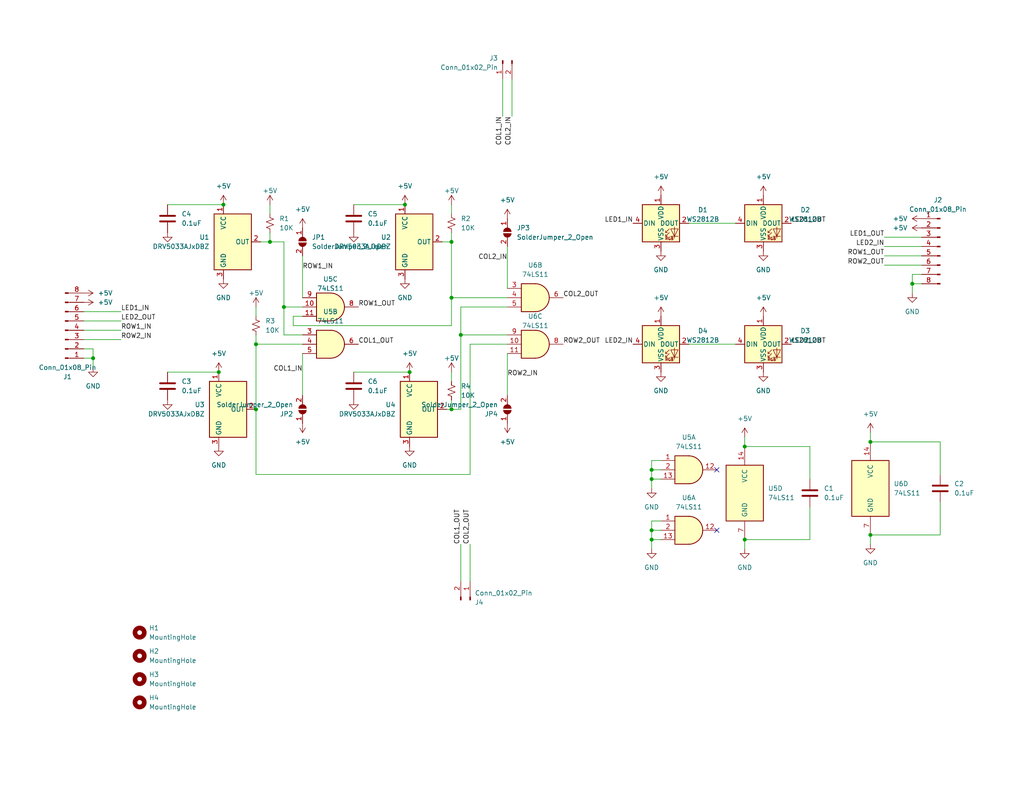
<source format=kicad_sch>
(kicad_sch (version 20230121) (generator eeschema)
  (paper "USLetter")
  (title_block (title "Sensor PCB") (date "2023-09-19") (rev "A") (company "ECE 477"))
  (lib_symbols
    (symbol "74xx:74LS11" (pin_names (offset 1.016))
      (property "Reference" "U" (at 0 1.27 0))
      (property "Value" "74LS11" (at 0 -1.27 0))
      (symbol "74LS11_1_1"
        (arc (start 0 -3.81) (mid 3.7934 0) (end 0 3.81) (stroke (width 0.254)) (fill (type background)))
        (polyline (pts (xy 0 3.81) (xy -3.81 3.81) (xy -3.81 -3.81) (xy 0 -3.81)) (stroke (width 0.254)) (fill (type background)))
        (pin input line (at -7.62 2.54 0) (length 3.81) (name "~") (number "1"))
        (pin output line (at 7.62 0 180) (length 3.81) (name "~") (number "12"))
        (pin input line (at -7.62 -2.54 0) (length 3.81) (name "~") (number "13"))
        (pin input line (at -7.62 0 0) (length 3.81) (name "~") (number "2"))
      )
      (symbol "74LS11_1_2"
        (arc (start -3.81 -3.81) (mid -2.589 0) (end -3.81 3.81) (stroke (width 0.254)))
        (arc (start -0.6096 -3.81) (mid 2.1842 -2.5851) (end 3.81 0) (stroke (width 0.254)) (fill (type background)))
        (polyline (pts (xy -3.81 -3.81) (xy -0.635 -3.81)) (stroke (width 0.254)) (fill (type background)))
        (polyline (pts (xy -3.81 3.81) (xy -0.635 3.81)) (stroke (width 0.254)) (fill (type background)))
        (polyline (pts (xy -0.635 3.81) (xy -3.81 3.81) (xy -3.81 3.81) (xy -3.556 3.4036) (xy -3.0226 2.2606) (xy -2.6924 1.0414) (xy -2.6162 -0.254) (xy -2.7686 -1.4986) (xy -3.175 -2.7178) (xy -3.81 -3.81) (xy -3.81 -3.81) (xy -0.635 -3.81)) (stroke (width -25.4)) (fill (type background)))
        (arc (start 3.81 0) (mid 2.1915 2.5936) (end -0.6096 3.81) (stroke (width 0.254)) (fill (type background)))
        (pin input inverted (at -7.62 2.54 0) (length 4.318) (name "~") (number "1"))
        (pin output inverted (at 7.62 0 180) (length 3.81) (name "~") (number "12"))
        (pin input inverted (at -7.62 -2.54 0) (length 4.318) (name "~") (number "13"))
        (pin input inverted (at -7.62 0 0) (length 4.953) (name "~") (number "2"))
      )
      (symbol "74LS11_2_1"
        (arc (start 0 -3.81) (mid 3.7934 0) (end 0 3.81) (stroke (width 0.254)) (fill (type background)))
        (polyline (pts (xy 0 3.81) (xy -3.81 3.81) (xy -3.81 -3.81) (xy 0 -3.81)) (stroke (width 0.254)) (fill (type background)))
        (pin input line (at -7.62 2.54 0) (length 3.81) (name "~") (number "3"))
        (pin input line (at -7.62 0 0) (length 3.81) (name "~") (number "4"))
        (pin input line (at -7.62 -2.54 0) (length 3.81) (name "~") (number "5"))
        (pin output line (at 7.62 0 180) (length 3.81) (name "~") (number "6"))
      )
      (symbol "74LS11_2_2"
        (arc (start -3.81 -3.81) (mid -2.589 0) (end -3.81 3.81) (stroke (width 0.254)))
        (arc (start -0.6096 -3.81) (mid 2.1842 -2.5851) (end 3.81 0) (stroke (width 0.254)) (fill (type background)))
        (polyline (pts (xy -3.81 -3.81) (xy -0.635 -3.81)) (stroke (width 0.254)) (fill (type background)))
        (polyline (pts (xy -3.81 3.81) (xy -0.635 3.81)) (stroke (width 0.254)) (fill (type background)))
        (polyline (pts (xy -0.635 3.81) (xy -3.81 3.81) (xy -3.81 3.81) (xy -3.556 3.4036) (xy -3.0226 2.2606) (xy -2.6924 1.0414) (xy -2.6162 -0.254) (xy -2.7686 -1.4986) (xy -3.175 -2.7178) (xy -3.81 -3.81) (xy -3.81 -3.81) (xy -0.635 -3.81)) (stroke (width -25.4)) (fill (type background)))
        (arc (start 3.81 0) (mid 2.1915 2.5936) (end -0.6096 3.81) (stroke (width 0.254)) (fill (type background)))
        (pin input inverted (at -7.62 2.54 0) (length 4.318) (name "~") (number "3"))
        (pin input inverted (at -7.62 0 0) (length 4.953) (name "~") (number "4"))
        (pin input inverted (at -7.62 -2.54 0) (length 4.318) (name "~") (number "5"))
        (pin output inverted (at 7.62 0 180) (length 3.81) (name "~") (number "6"))
      )
      (symbol "74LS11_3_1"
        (arc (start 0 -3.81) (mid 3.7934 0) (end 0 3.81) (stroke (width 0.254)) (fill (type background)))
        (polyline (pts (xy 0 3.81) (xy -3.81 3.81) (xy -3.81 -3.81) (xy 0 -3.81)) (stroke (width 0.254)) (fill (type background)))
        (pin input line (at -7.62 0 0) (length 3.81) (name "~") (number "10"))
        (pin input line (at -7.62 -2.54 0) (length 3.81) (name "~") (number "11"))
        (pin output line (at 7.62 0 180) (length 3.81) (name "~") (number "8"))
        (pin input line (at -7.62 2.54 0) (length 3.81) (name "~") (number "9"))
      )
      (symbol "74LS11_3_2"
        (arc (start -3.81 -3.81) (mid -2.589 0) (end -3.81 3.81) (stroke (width 0.254)))
        (arc (start -0.6096 -3.81) (mid 2.1842 -2.5851) (end 3.81 0) (stroke (width 0.254)) (fill (type background)))
        (polyline (pts (xy -3.81 -3.81) (xy -0.635 -3.81)) (stroke (width 0.254)) (fill (type background)))
        (polyline (pts (xy -3.81 3.81) (xy -0.635 3.81)) (stroke (width 0.254)) (fill (type background)))
        (polyline (pts (xy -0.635 3.81) (xy -3.81 3.81) (xy -3.81 3.81) (xy -3.556 3.4036) (xy -3.0226 2.2606) (xy -2.6924 1.0414) (xy -2.6162 -0.254) (xy -2.7686 -1.4986) (xy -3.175 -2.7178) (xy -3.81 -3.81) (xy -3.81 -3.81) (xy -0.635 -3.81)) (stroke (width -25.4)) (fill (type background)))
        (arc (start 3.81 0) (mid 2.1915 2.5936) (end -0.6096 3.81) (stroke (width 0.254)) (fill (type background)))
        (pin input inverted (at -7.62 0 0) (length 4.953) (name "~") (number "10"))
        (pin input inverted (at -7.62 -2.54 0) (length 4.318) (name "~") (number "11"))
        (pin output inverted (at 7.62 0 180) (length 3.81) (name "~") (number "8"))
        (pin input inverted (at -7.62 2.54 0) (length 4.318) (name "~") (number "9"))
      )
      (symbol "74LS11_4_0"
        (pin power_in line (at 0 12.7 270) (length 5.08) (name "VCC") (number "14"))
        (pin power_in line (at 0 -12.7 90) (length 5.08) (name "GND") (number "7"))
      )
      (symbol "74LS11_4_1"
        (rectangle (start -5.08 7.62) (end 5.08 -7.62) (stroke (width 0.254)) (fill (type background)))
      )
    )
    (symbol "Connector:Conn_01x02_Pin" (pin_names (offset 1.016) hide)
      (property "Reference" "J" (at 0 2.54 0))
      (property "Value" "Conn_01x02_Pin" (at 0 -5.08 0))
      (symbol "Conn_01x02_Pin_1_1"
        (polyline (pts (xy 1.27 -2.54) (xy 0.8636 -2.54)) (stroke (width 0.1524)))
        (polyline (pts (xy 1.27 0) (xy 0.8636 0)) (stroke (width 0.1524)))
        (rectangle (start 0.8636 -2.413) (end 0 -2.667) (stroke (width 0.1524)) (fill (type outline)))
        (rectangle (start 0.8636 0.127) (end 0 -0.127) (stroke (width 0.1524)) (fill (type outline)))
        (pin passive line (at 5.08 0 180) (length 3.81) (name "Pin_1") (number "1"))
        (pin passive line (at 5.08 -2.54 180) (length 3.81) (name "Pin_2") (number "2"))
      )
    )
    (symbol "Connector:Conn_01x08_Pin" (pin_names (offset 1.016) hide)
      (property "Reference" "J" (at 0 10.16 0))
      (property "Value" "Conn_01x08_Pin" (at 0 -12.7 0))
      (symbol "Conn_01x08_Pin_1_1"
        (polyline (pts (xy 1.27 -10.16) (xy 0.8636 -10.16)) (stroke (width 0.1524)))
        (polyline (pts (xy 1.27 -7.62) (xy 0.8636 -7.62)) (stroke (width 0.1524)))
        (polyline (pts (xy 1.27 -5.08) (xy 0.8636 -5.08)) (stroke (width 0.1524)))
        (polyline (pts (xy 1.27 -2.54) (xy 0.8636 -2.54)) (stroke (width 0.1524)))
        (polyline (pts (xy 1.27 0) (xy 0.8636 0)) (stroke (width 0.1524)))
        (polyline (pts (xy 1.27 2.54) (xy 0.8636 2.54)) (stroke (width 0.1524)))
        (polyline (pts (xy 1.27 5.08) (xy 0.8636 5.08)) (stroke (width 0.1524)))
        (polyline (pts (xy 1.27 7.62) (xy 0.8636 7.62)) (stroke (width 0.1524)))
        (rectangle (start 0.8636 -10.033) (end 0 -10.287) (stroke (width 0.1524)) (fill (type outline)))
        (rectangle (start 0.8636 -7.493) (end 0 -7.747) (stroke (width 0.1524)) (fill (type outline)))
        (rectangle (start 0.8636 -4.953) (end 0 -5.207) (stroke (width 0.1524)) (fill (type outline)))
        (rectangle (start 0.8636 -2.413) (end 0 -2.667) (stroke (width 0.1524)) (fill (type outline)))
        (rectangle (start 0.8636 0.127) (end 0 -0.127) (stroke (width 0.1524)) (fill (type outline)))
        (rectangle (start 0.8636 2.667) (end 0 2.413) (stroke (width 0.1524)) (fill (type outline)))
        (rectangle (start 0.8636 5.207) (end 0 4.953) (stroke (width 0.1524)) (fill (type outline)))
        (rectangle (start 0.8636 7.747) (end 0 7.493) (stroke (width 0.1524)) (fill (type outline)))
        (pin passive line (at 5.08 7.62 180) (length 3.81) (name "Pin_1") (number "1"))
        (pin passive line (at 5.08 5.08 180) (length 3.81) (name "Pin_2") (number "2"))
        (pin passive line (at 5.08 2.54 180) (length 3.81) (name "Pin_3") (number "3"))
        (pin passive line (at 5.08 0 180) (length 3.81) (name "Pin_4") (number "4"))
        (pin passive line (at 5.08 -2.54 180) (length 3.81) (name "Pin_5") (number "5"))
        (pin passive line (at 5.08 -5.08 180) (length 3.81) (name "Pin_6") (number "6"))
        (pin passive line (at 5.08 -7.62 180) (length 3.81) (name "Pin_7") (number "7"))
        (pin passive line (at 5.08 -10.16 180) (length 3.81) (name "Pin_8") (number "8"))
      )
    )
    (symbol "Device:C" (pin_numbers hide) (pin_names (offset 0.254))
      (property "Reference" "C" (at 0.635 2.54 0))
      (property "Value" "C" (at 0.635 -2.54 0))
      (symbol "C_0_1"
        (polyline (pts (xy -2.032 -0.762) (xy 2.032 -0.762)) (stroke (width 0.508)))
        (polyline (pts (xy -2.032 0.762) (xy 2.032 0.762)) (stroke (width 0.508)))
      )
      (symbol "C_1_1"
        (pin passive line (at 0 3.81 270) (length 2.794) (name "~") (number "1"))
        (pin passive line (at 0 -3.81 90) (length 2.794) (name "~") (number "2"))
      )
    )
    (symbol "Device:R_Small_US" (pin_numbers hide) (pin_names (offset 0.254) hide)
      (property "Reference" "R" (at 0.762 0.508 0))
      (property "Value" "R_Small_US" (at 0.762 -1.016 0))
      (symbol "R_Small_US_1_1"
        (polyline (pts (xy 0 0) (xy 1.016 -0.381) (xy 0 -0.762) (xy -1.016 -1.143) (xy 0 -1.524)))
        (polyline (pts (xy 0 1.524) (xy 1.016 1.143) (xy 0 0.762) (xy -1.016 0.381) (xy 0 0)))
        (pin passive line (at 0 2.54 270) (length 1.016) (name "~") (number "1"))
        (pin passive line (at 0 -2.54 90) (length 1.016) (name "~") (number "2"))
      )
    )
    (symbol "Jumper:SolderJumper_2_Open" (pin_names (offset 0) hide)
      (property "Reference" "JP" (at 0 2.032 0))
      (property "Value" "SolderJumper_2_Open" (at 0 -2.54 0))
      (symbol "SolderJumper_2_Open_0_1"
        (arc (start -0.254 1.016) (mid -1.2656 0) (end -0.254 -1.016))
        (arc (start -0.254 1.016) (mid -1.2656 0) (end -0.254 -1.016) (fill (type outline)))
        (polyline (pts (xy -0.254 1.016) (xy -0.254 -1.016)))
        (polyline (pts (xy 0.254 1.016) (xy 0.254 -1.016)))
        (arc (start 0.254 -1.016) (mid 1.2656 0) (end 0.254 1.016))
        (arc (start 0.254 -1.016) (mid 1.2656 0) (end 0.254 1.016) (fill (type outline)))
      )
      (symbol "SolderJumper_2_Open_1_1"
        (pin passive line (at -3.81 0 0) (length 2.54) (name "A") (number "1"))
        (pin passive line (at 3.81 0 180) (length 2.54) (name "B") (number "2"))
      )
    )
    (symbol "LED:WS2812B" (pin_names (offset 0.254))
      (property "Reference" "D" (at 5.08 5.715 0))
      (property "Value" "WS2812B" (at 1.27 -5.715 0))
      (symbol "WS2812B_0_0"
        (text "RGB" (at 2.286 -4.191 0) (effects (font (size 0.762 0.762))))
      )
      (symbol "WS2812B_0_1"
        (polyline (pts (xy 1.27 -3.556) (xy 1.778 -3.556)))
        (polyline (pts (xy 1.27 -2.54) (xy 1.778 -2.54)))
        (polyline (pts (xy 4.699 -3.556) (xy 2.667 -3.556)))
        (polyline (pts (xy 2.286 -2.54) (xy 1.27 -3.556) (xy 1.27 -3.048)))
        (polyline (pts (xy 2.286 -1.524) (xy 1.27 -2.54) (xy 1.27 -2.032)))
        (polyline (pts (xy 3.683 -1.016) (xy 3.683 -3.556) (xy 3.683 -4.064)))
        (polyline (pts (xy 4.699 -1.524) (xy 2.667 -1.524) (xy 3.683 -3.556) (xy 4.699 -1.524)))
        (rectangle (start 5.08 5.08) (end -5.08 -5.08) (stroke (width 0.254)) (fill (type background)))
      )
      (symbol "WS2812B_1_1"
        (pin power_in line (at 0 7.62 270) (length 2.54) (name "VDD") (number "1"))
        (pin output line (at 7.62 0 180) (length 2.54) (name "DOUT") (number "2"))
        (pin power_in line (at 0 -7.62 90) (length 2.54) (name "VSS") (number "3"))
        (pin input line (at -7.62 0 0) (length 2.54) (name "DIN") (number "4"))
      )
    )
    (symbol "Mechanical:MountingHole" (pin_names (offset 1.016))
      (property "Reference" "H" (at 0 5.08 0))
      (property "Value" "MountingHole" (at 0 3.175 0))
      (symbol "MountingHole_0_1"
        (circle (center 0 0) (radius 1.27) (stroke (width 1.27)))
      )
    )
    (symbol "Sensor_Magnetic:DRV5033AJxDBZ"
      (property "Reference" "U" (at 2.54 12.7 0))
      (property "Value" "DRV5033AJxDBZ" (at 2.54 10.16 0))
      (symbol "DRV5033AJxDBZ_1_1"
        (rectangle (start -5.08 7.62) (end 5.08 -7.62) (stroke (width 0.254)) (fill (type background)))
        (pin power_in line (at -2.54 10.16 270) (length 2.54) (name "VCC") (number "1"))
        (pin output line (at 7.62 0 180) (length 2.54) (name "OUT") (number "2"))
        (pin power_in line (at -2.54 -10.16 90) (length 2.54) (name "GND") (number "3"))
      )
    )
    (symbol "power:+5V" (power) (pin_names (offset 0))
      (property "Value" "+5V" (at 0 3.556 0))
      (symbol "+5V_0_1"
        (polyline (pts (xy -0.762 1.27) (xy 0 2.54)))
        (polyline (pts (xy 0 0) (xy 0 2.54)))
        (polyline (pts (xy 0 2.54) (xy 0.762 1.27)))
      )
      (symbol "+5V_1_1"
        (pin power_in line (at 0 0 90) (length 0) hide (name "+5V") (number "1"))
      )
    )
    (symbol "power:GND" (power) (pin_names (offset 0))
      (property "Value" "GND" (at 0 -3.81 0))
      (symbol "GND_0_1"
        (polyline (pts (xy 0 0) (xy 0 -1.27) (xy 1.27 -1.27) (xy 0 -2.54) (xy -1.27 -1.27) (xy 0 -1.27)))
      )
      (symbol "GND_1_1"
        (pin power_in line (at 0 0 270) (length 0) hide (name "GND") (number "1"))
      )
    )
  )
  (junction (at 111.76 101.6))
  (junction (at 60.96 55.88))
  (junction (at 237.49 120.65))
  (junction (at 177.8 144.78))
  (junction (at 123.19 111.76))
  (junction (at 59.69 101.6))
  (junction (at 237.49 146.05))
  (junction (at 123.19 81.28))
  (junction (at 69.85 111.76))
  (junction (at 77.47 83.82))
  (junction (at 69.85 93.98))
  (junction (at 25.4 97.79))
  (junction (at 123.19 66.04))
  (junction (at 203.2 147.32))
  (junction (at 177.8 130.81))
  (junction (at 73.66 66.04))
  (junction (at 248.92 77.47))
  (junction (at 125.73 91.44))
  (junction (at 177.8 128.27))
  (junction (at 110.49 55.88))
  (junction (at 203.2 121.92))
  (junction (at 177.8 147.32))
  (no_connect (at 195.58 128.27))
  (no_connect (at 195.58 144.78))
  (wire (pts (xy 125.73 158.75) (xy 125.73 148.59)))
  (wire (pts (xy 123.19 55.88) (xy 123.19 58.42)))
  (wire (pts (xy 121.92 111.76) (xy 123.19 111.76)))
  (wire (pts (xy 125.73 91.44) (xy 125.73 111.76)))
  (wire (pts (xy 69.85 91.44) (xy 69.85 93.98)))
  (wire (pts (xy 80.01 88.9) (xy 123.19 88.9)))
  (wire (pts (xy 123.19 109.22) (xy 123.19 111.76)))
  (wire (pts (xy 177.8 147.32) (xy 180.34 147.32)))
  (wire (pts (xy 256.54 120.65) (xy 237.49 120.65)))
  (wire (pts (xy 237.49 118.11) (xy 237.49 120.65)))
  (wire (pts (xy 203.2 119.38) (xy 203.2 121.92)))
  (wire (pts (xy 251.46 72.39) (xy 241.3 72.39)))
  (wire (pts (xy 128.27 129.54) (xy 69.85 129.54)))
  (wire (pts (xy 177.8 128.27) (xy 177.8 130.81)))
  (wire (pts (xy 137.16 21.59) (xy 137.16 31.75)))
  (wire (pts (xy 82.55 86.36) (xy 80.01 86.36)))
  (wire (pts (xy 203.2 121.92) (xy 220.98 121.92)))
  (wire (pts (xy 256.54 146.05) (xy 237.49 146.05)))
  (wire (pts (xy 82.55 69.85) (xy 82.55 81.28)))
  (wire (pts (xy 123.19 88.9) (xy 123.19 81.28)))
  (wire (pts (xy 96.52 55.88) (xy 110.49 55.88)))
  (wire (pts (xy 251.46 69.85) (xy 241.3 69.85)))
  (wire (pts (xy 125.73 83.82) (xy 138.43 83.82)))
  (wire (pts (xy 139.7 21.59) (xy 139.7 31.75)))
  (wire (pts (xy 69.85 93.98) (xy 82.55 93.98)))
  (wire (pts (xy 220.98 121.92) (xy 220.98 130.81)))
  (wire (pts (xy 251.46 74.93) (xy 248.92 74.93)))
  (wire (pts (xy 251.46 67.31) (xy 241.3 67.31)))
  (wire (pts (xy 123.19 66.04) (xy 120.65 66.04)))
  (wire (pts (xy 138.43 67.31) (xy 138.43 78.74)))
  (wire (pts (xy 177.8 144.78) (xy 177.8 147.32)))
  (wire (pts (xy 77.47 83.82) (xy 82.55 83.82)))
  (wire (pts (xy 73.66 63.5) (xy 73.66 66.04)))
  (wire (pts (xy 71.12 66.04) (xy 73.66 66.04)))
  (wire (pts (xy 125.73 83.82) (xy 125.73 91.44)))
  (wire (pts (xy 180.34 142.24) (xy 177.8 142.24)))
  (wire (pts (xy 177.8 130.81) (xy 180.34 130.81)))
  (wire (pts (xy 248.92 74.93) (xy 248.92 77.47)))
  (wire (pts (xy 22.86 95.25) (xy 25.4 95.25)))
  (wire (pts (xy 45.72 101.6) (xy 59.69 101.6)))
  (wire (pts (xy 123.19 66.04) (xy 123.19 81.28)))
  (wire (pts (xy 22.86 92.71) (xy 33.02 92.71)))
  (wire (pts (xy 123.19 111.76) (xy 125.73 111.76)))
  (wire (pts (xy 251.46 77.47) (xy 248.92 77.47)))
  (wire (pts (xy 82.55 91.44) (xy 77.47 91.44)))
  (wire (pts (xy 82.55 107.95) (xy 82.55 96.52)))
  (wire (pts (xy 22.86 85.09) (xy 33.02 85.09)))
  (wire (pts (xy 180.34 125.73) (xy 177.8 125.73)))
  (wire (pts (xy 220.98 147.32) (xy 203.2 147.32)))
  (wire (pts (xy 80.01 86.36) (xy 80.01 88.9)))
  (wire (pts (xy 69.85 129.54) (xy 69.85 111.76)))
  (wire (pts (xy 220.98 138.43) (xy 220.98 147.32)))
  (wire (pts (xy 237.49 146.05) (xy 237.49 148.59)))
  (wire (pts (xy 187.96 93.98) (xy 200.66 93.98)))
  (wire (pts (xy 177.8 144.78) (xy 180.34 144.78)))
  (wire (pts (xy 177.8 128.27) (xy 180.34 128.27)))
  (wire (pts (xy 177.8 125.73) (xy 177.8 128.27)))
  (wire (pts (xy 256.54 137.16) (xy 256.54 146.05)))
  (wire (pts (xy 123.19 101.6) (xy 123.19 104.14)))
  (wire (pts (xy 125.73 91.44) (xy 138.43 91.44)))
  (wire (pts (xy 251.46 64.77) (xy 241.3 64.77)))
  (wire (pts (xy 123.19 81.28) (xy 138.43 81.28)))
  (wire (pts (xy 77.47 91.44) (xy 77.47 83.82)))
  (wire (pts (xy 73.66 66.04) (xy 77.47 66.04)))
  (wire (pts (xy 69.85 83.82) (xy 69.85 86.36)))
  (wire (pts (xy 25.4 95.25) (xy 25.4 97.79)))
  (wire (pts (xy 177.8 142.24) (xy 177.8 144.78)))
  (wire (pts (xy 22.86 87.63) (xy 33.02 87.63)))
  (wire (pts (xy 138.43 93.98) (xy 128.27 93.98)))
  (wire (pts (xy 177.8 130.81) (xy 177.8 133.35)))
  (wire (pts (xy 138.43 107.95) (xy 138.43 96.52)))
  (wire (pts (xy 45.72 55.88) (xy 60.96 55.88)))
  (wire (pts (xy 128.27 93.98) (xy 128.27 129.54)))
  (wire (pts (xy 22.86 90.17) (xy 33.02 90.17)))
  (wire (pts (xy 25.4 97.79) (xy 25.4 100.33)))
  (wire (pts (xy 248.92 77.47) (xy 248.92 80.01)))
  (wire (pts (xy 123.19 63.5) (xy 123.19 66.04)))
  (wire (pts (xy 73.66 55.88) (xy 73.66 58.42)))
  (wire (pts (xy 177.8 147.32) (xy 177.8 149.86)))
  (wire (pts (xy 69.85 111.76) (xy 69.85 93.98)))
  (wire (pts (xy 96.52 101.6) (xy 111.76 101.6)))
  (wire (pts (xy 77.47 66.04) (xy 77.47 83.82)))
  (wire (pts (xy 187.96 60.96) (xy 200.66 60.96)))
  (wire (pts (xy 22.86 97.79) (xy 25.4 97.79)))
  (wire (pts (xy 203.2 147.32) (xy 203.2 149.86)))
  (wire (pts (xy 128.27 158.75) (xy 128.27 148.59)))
  (wire (pts (xy 256.54 129.54) (xy 256.54 120.65)))
  (label "COL1_IN" (at 137.16 31.75 270))
  (label "ROW1_IN" (at 82.55 73.66 0))
  (label "ROW2_OUT" (at 153.67 93.98 0))
  (label "ROW1_IN" (at 33.02 90.17 0))
  (label "LED1_OUT" (at 215.9 60.96 0))
  (label "ROW2_OUT" (at 241.3 72.39 180))
  (label "COL2_IN" (at 138.43 71.12 180))
  (label "LED2_OUT" (at 33.02 87.63 0))
  (label "LED2_IN" (at 241.3 67.31 180))
  (label "COL1_OUT" (at 125.73 148.59 90))
  (label "LED2_IN" (at 172.72 93.98 180))
  (label "COL1_IN" (at 82.55 101.6 180))
  (label "ROW2_IN" (at 33.02 92.71 0))
  (label "COL2_OUT" (at 128.27 148.59 90))
  (label "ROW1_OUT" (at 97.79 83.82 0))
  (label "LED1_IN" (at 172.72 60.96 180))
  (label "LED2_OUT" (at 215.9 93.98 0))
  (label "LED1_OUT" (at 241.3 64.77 180))
  (label "ROW2_IN" (at 138.43 102.87 0))
  (label "COL1_OUT" (at 97.79 93.98 0))
  (label "LED1_IN" (at 33.02 85.09 0))
  (label "COL2_IN" (at 139.7 31.75 270))
  (label "ROW1_OUT" (at 241.3 69.85 180))
  (label "COL2_OUT" (at 153.67 81.28 0))
  (symbol (lib_id "power:GND") (at 96.52 109.22 0) (unit 1)
    (property "Reference" "#PWR029" (effects hide))
    (property "Value" "GND" (effects hide))
  )
  (symbol (lib_id "power:+5V") (at 73.66 55.88 0) (unit 1)
    (property "Reference" "#PWR025" (effects hide))
    (property "Value" "+5V" (at 73.66 52.07 0))
  )
  (symbol (lib_id "power:+5V") (at 251.46 62.23 90) (mirror x) (unit 1)
    (property "Reference" "#PWR023" (effects hide))
    (property "Value" "+5V" (at 247.65 62.23 90) (effects (justify left)))
  )
  (symbol (lib_id "Jumper:SolderJumper_2_Open") (at 138.43 63.5 270) (unit 1)
    (property "Reference" "JP3" (at 140.97 62.23 90) (effects (justify left)))
    (property "Value" "SolderJumper_2_Open" (at 140.97 64.77 90) (effects (justify left)))
    (property "Footprint" "Jumper:SolderJumper-2_P1.3mm_Open_TrianglePad1.0x1.5mm" (effects hide))
  )
  (symbol (lib_id "74xx:74LS11") (at 203.2 134.62 0) (unit 4)
    (property "Reference" "U5" (at 209.55 133.35 0) (effects (justify left)))
    (property "Value" "74LS11" (at 209.55 135.89 0) (effects (justify left)))
    (property "Footprint" "Package_SO:SOIC-14_3.9x8.7mm_P1.27mm" (effects hide))
    (property "Datasheet" "http://www.ti.com/lit/gpn/sn74LS11" (effects hide))
  )
  (symbol (lib_id "power:+5V") (at 138.43 59.69 0) (unit 1)
    (property "Reference" "#PWR017" (effects hide))
    (property "Value" "+5V" (at 138.43 54.61 0))
  )
  (symbol (lib_id "74xx:74LS11") (at 146.05 81.28 0) (unit 2)
    (property "Reference" "U6" (at 146.0417 72.39 0))
    (property "Value" "74LS11" (at 146.0417 74.93 0))
    (property "Footprint" "Package_SO:SOIC-14_3.9x8.7mm_P1.27mm" (effects hide))
    (property "Datasheet" "http://www.ti.com/lit/gpn/sn74LS11" (effects hide))
  )
  (symbol (lib_id "Jumper:SolderJumper_2_Open") (at 82.55 66.04 270) (unit 1)
    (property "Reference" "JP1" (at 85.09 64.77 90) (effects (justify left)))
    (property "Value" "SolderJumper_2_Open" (at 85.09 67.31 90) (effects (justify left)))
    (property "Footprint" "Jumper:SolderJumper-2_P1.3mm_Open_TrianglePad1.0x1.5mm" (effects hide))
  )
  (symbol (lib_id "Device:R_Small_US") (at 123.19 106.68 0) (unit 1)
    (property "Reference" "R4" (at 125.73 105.41 0) (effects (justify left)))
    (property "Value" "10K" (at 125.73 107.95 0) (effects (justify left)))
    (property "Footprint" "Resistor_SMD:R_0805_2012Metric_Pad1.20x1.40mm_HandSolder" (effects hide))
  )
  (symbol (lib_id "power:GND") (at 180.34 68.58 0) (mirror y) (unit 1)
    (property "Reference" "#PWR033" (effects hide))
    (property "Value" "GND" (at 180.34 73.66 0))
  )
  (symbol (lib_id "power:GND") (at 25.4 100.33 0) (unit 1)
    (property "Reference" "#PWR021" (effects hide))
    (property "Value" "GND" (at 25.4 105.41 0))
  )
  (symbol (lib_id "power:+5V") (at 123.19 101.6 0) (unit 1)
    (property "Reference" "#PWR028" (effects hide))
    (property "Value" "+5V" (at 123.19 97.79 0))
  )
  (symbol (lib_id "Mechanical:MountingHole") (at 38.1 185.42 0) (unit 1)
    (property "Reference" "H3" (at 40.64 184.15 0) (effects (justify left)))
    (property "Value" "MountingHole" (at 40.64 186.69 0) (effects (justify left)))
    (property "Footprint" "MountingHole:MountingHole_2.7mm_M2.5" (effects hide))
  )
  (symbol (lib_id "power:+5V") (at 22.86 80.01 270) (unit 1)
    (property "Reference" "#PWR019" (effects hide))
    (property "Value" "+5V" (at 26.67 80.01 90) (effects (justify left)))
  )
  (symbol (lib_id "power:+5V") (at 208.28 53.34 0) (mirror y) (unit 1)
    (property "Reference" "#PWR035" (effects hide))
    (property "Value" "+5V" (at 208.28 48.26 0))
  )
  (symbol (lib_id "power:GND") (at 177.8 133.35 0) (unit 1)
    (property "Reference" "#PWR01" (effects hide))
    (property "Value" "GND" (at 177.8 138.43 0))
  )
  (symbol (lib_id "power:GND") (at 203.2 149.86 0) (unit 1)
    (property "Reference" "#PWR03" (effects hide))
    (property "Value" "GND" (at 203.2 154.94 0))
  )
  (symbol (lib_id "power:+5V") (at 203.2 119.38 0) (unit 1)
    (property "Reference" "#PWR05" (effects hide))
    (property "Value" "+5V" (at 203.2 114.3 0))
  )
  (symbol (lib_id "74xx:74LS11") (at 90.17 93.98 0) (unit 2)
    (property "Reference" "U5" (at 90.1617 85.09 0))
    (property "Value" "74LS11" (at 90.1617 87.63 0))
    (property "Footprint" "Package_SO:SOIC-14_3.9x8.7mm_P1.27mm" (effects hide))
    (property "Datasheet" "http://www.ti.com/lit/gpn/sn74LS11" (effects hide))
  )
  (symbol (lib_id "power:+5V") (at 138.43 115.57 180) (unit 1)
    (property "Reference" "#PWR018" (effects hide))
    (property "Value" "+5V" (at 138.43 120.65 0))
  )
  (symbol (lib_id "Sensor_Magnetic:DRV5033AJxDBZ") (at 113.03 66.04 0) (unit 1)
    (property "Reference" "U2" (at 106.68 64.77 0) (effects (justify right)))
    (property "Value" "DRV5033AJxDBZ" (at 106.68 67.31 0) (effects (justify right)))
    (property "Footprint" "Package_TO_SOT_SMD:SOT-23" (effects hide))
    (property "Datasheet" "https://www.ti.com/lit/ds/symlink/drv5033.pdf" (effects hide))
  )
  (symbol (lib_id "Connector:Conn_01x08_Pin") (at 17.78 90.17 0) (mirror x) (unit 1)
    (property "Reference" "J1" (at 18.415 102.87 0))
    (property "Value" "Conn_01x08_Pin" (at 18.415 100.33 0))
    (property "Footprint" "Connector_PinHeader_2.54mm:PinHeader_1x08_P2.54mm_Horizontal" (effects hide))
  )
  (symbol (lib_id "Jumper:SolderJumper_2_Open") (at 82.55 111.76 90) (unit 1)
    (property "Reference" "JP2" (at 80.01 113.03 90) (effects (justify left)))
    (property "Value" "SolderJumper_2_Open" (at 80.01 110.49 90) (effects (justify left)))
    (property "Footprint" "Jumper:SolderJumper-2_P1.3mm_Open_TrianglePad1.0x1.5mm" (effects hide))
  )
  (symbol (lib_id "Device:C") (at 220.98 134.62 0) (unit 1)
    (property "Reference" "C1" (at 224.79 133.35 0) (effects (justify left)))
    (property "Value" "0.1uF" (at 224.79 135.89 0) (effects (justify left)))
    (property "Footprint" "Capacitor_SMD:C_0805_2012Metric_Pad1.18x1.45mm_HandSolder" (effects hide))
  )
  (symbol (lib_id "Device:R_Small_US") (at 73.66 60.96 0) (unit 1)
    (property "Reference" "R1" (at 76.2 59.69 0) (effects (justify left)))
    (property "Value" "10K" (at 76.2 62.23 0) (effects (justify left)))
    (property "Footprint" "Resistor_SMD:R_0805_2012Metric_Pad1.20x1.40mm_HandSolder" (effects hide))
  )
  (symbol (lib_id "Connector:Conn_01x02_Pin") (at 128.27 163.83 270) (mirror x) (unit 1)
    (property "Reference" "J4" (at 129.54 164.465 90) (effects (justify left)))
    (property "Value" "Conn_01x02_Pin" (at 129.54 161.925 90) (effects (justify left)))
    (property "Footprint" "Connector_PinHeader_2.54mm:PinHeader_1x02_P2.54mm_Horizontal" (effects hide))
  )
  (symbol (lib_id "power:GND") (at 208.28 68.58 0) (mirror y) (unit 1)
    (property "Reference" "#PWR034" (effects hide))
    (property "Value" "GND" (at 208.28 73.66 0))
  )
  (symbol (lib_id "power:GND") (at 111.76 121.92 0) (unit 1)
    (property "Reference" "#PWR014" (effects hide))
    (property "Value" "GND" (at 111.76 127 0))
  )
  (symbol (lib_id "power:GND") (at 248.92 80.01 0) (mirror y) (unit 1)
    (property "Reference" "#PWR024" (effects hide))
    (property "Value" "GND" (at 248.92 85.09 0))
  )
  (symbol (lib_id "power:+5V") (at 180.34 53.34 0) (mirror y) (unit 1)
    (property "Reference" "#PWR036" (effects hide))
    (property "Value" "+5V" (at 180.34 48.26 0))
  )
  (symbol (lib_id "power:+5V") (at 237.49 118.11 0) (unit 1)
    (property "Reference" "#PWR06" (effects hide))
    (property "Value" "+5V" (at 237.49 113.03 0))
  )
  (symbol (lib_id "power:+5V") (at 60.96 55.88 0) (unit 1)
    (property "Reference" "#PWR09" (effects hide))
    (property "Value" "+5V" (at 60.96 50.8 0))
  )
  (symbol (lib_id "LED:WS2812B") (at 208.28 60.96 0) (unit 1)
    (property "Reference" "D2" (at 219.71 57.3121 0))
    (property "Value" "WS2812B" (at 219.71 59.8521 0))
    (property "Footprint" "LED_SMD:LED_WS2812B_PLCC4_5.0x5.0mm_P3.2mm" (effects hide))
    (property "Datasheet" "https://cdn-shop.adafruit.com/datasheets/WS2812B.pdf" (effects hide))
  )
  (symbol (lib_id "74xx:74LS11") (at 237.49 133.35 0) (unit 4)
    (property "Reference" "U6" (at 243.84 132.08 0) (effects (justify left)))
    (property "Value" "74LS11" (at 243.84 134.62 0) (effects (justify left)))
    (property "Footprint" "Package_SO:SOIC-14_3.9x8.7mm_P1.27mm" (effects hide))
    (property "Datasheet" "http://www.ti.com/lit/gpn/sn74LS11" (effects hide))
  )
  (symbol (lib_id "power:+5V") (at 22.86 82.55 270) (unit 1)
    (property "Reference" "#PWR020" (effects hide))
    (property "Value" "+5V" (at 26.67 82.55 90) (effects (justify left)))
  )
  (symbol (lib_id "power:+5V") (at 208.28 86.36 0) (mirror y) (unit 1)
    (property "Reference" "#PWR038" (effects hide))
    (property "Value" "+5V" (at 208.28 81.28 0))
  )
  (symbol (lib_id "power:+5V") (at 82.55 115.57 180) (unit 1)
    (property "Reference" "#PWR016" (effects hide))
    (property "Value" "+5V" (at 82.55 120.65 0))
  )
  (symbol (lib_id "Sensor_Magnetic:DRV5033AJxDBZ") (at 114.3 111.76 0) (unit 1)
    (property "Reference" "U4" (at 107.95 110.49 0) (effects (justify right)))
    (property "Value" "DRV5033AJxDBZ" (at 107.95 113.03 0) (effects (justify right)))
    (property "Footprint" "Package_TO_SOT_SMD:SOT-23" (effects hide))
    (property "Datasheet" "https://www.ti.com/lit/ds/symlink/drv5033.pdf" (effects hide))
  )
  (symbol (lib_id "Jumper:SolderJumper_2_Open") (at 138.43 111.76 90) (unit 1)
    (property "Reference" "JP4" (at 135.89 113.03 90) (effects (justify left)))
    (property "Value" "SolderJumper_2_Open" (at 135.89 110.49 90) (effects (justify left)))
    (property "Footprint" "Jumper:SolderJumper-2_P1.3mm_Open_TrianglePad1.0x1.5mm" (effects hide))
  )
  (symbol (lib_id "Device:C") (at 45.72 59.69 0) (unit 1)
    (property "Reference" "C4" (at 49.53 58.42 0) (effects (justify left)))
    (property "Value" "0.1uF" (at 49.53 60.96 0) (effects (justify left)))
    (property "Footprint" "Capacitor_SMD:C_0805_2012Metric_Pad1.18x1.45mm_HandSolder" (effects hide))
  )
  (symbol (lib_id "LED:WS2812B") (at 180.34 60.96 0) (unit 1)
    (property "Reference" "D1" (at 191.77 57.3121 0))
    (property "Value" "WS2812B" (at 191.77 59.8521 0))
    (property "Footprint" "LED_SMD:LED_WS2812B_PLCC4_5.0x5.0mm_P3.2mm" (effects hide))
    (property "Datasheet" "https://cdn-shop.adafruit.com/datasheets/WS2812B.pdf" (effects hide))
  )
  (symbol (lib_id "Device:C") (at 45.72 105.41 0) (unit 1)
    (property "Reference" "C3" (at 49.53 104.14 0) (effects (justify left)))
    (property "Value" "0.1uF" (at 49.53 106.68 0) (effects (justify left)))
    (property "Footprint" "Capacitor_SMD:C_0805_2012Metric_Pad1.18x1.45mm_HandSolder" (effects hide))
  )
  (symbol (lib_id "power:GND") (at 96.52 63.5 0) (unit 1)
    (property "Reference" "#PWR040" (effects hide))
    (property "Value" "GND" (effects hide))
  )
  (symbol (lib_id "74xx:74LS11") (at 187.96 128.27 0) (unit 1)
    (property "Reference" "U5" (at 187.9517 119.38 0))
    (property "Value" "74LS11" (at 187.9517 121.92 0))
    (property "Footprint" "Package_SO:SOIC-14_3.9x8.7mm_P1.27mm" (effects hide))
    (property "Datasheet" "http://www.ti.com/lit/gpn/sn74LS11" (effects hide))
  )
  (symbol (lib_id "Connector:Conn_01x08_Pin") (at 256.54 67.31 0) (mirror y) (unit 1)
    (property "Reference" "J2" (at 255.905 54.61 0))
    (property "Value" "Conn_01x08_Pin" (at 255.905 57.15 0))
    (property "Footprint" "Connector_PinHeader_2.54mm:PinHeader_1x08_P2.54mm_Horizontal" (effects hide))
  )
  (symbol (lib_id "Mechanical:MountingHole") (at 38.1 191.77 0) (unit 1)
    (property "Reference" "H4" (at 40.64 190.5 0) (effects (justify left)))
    (property "Value" "MountingHole" (at 40.64 193.04 0) (effects (justify left)))
    (property "Footprint" "MountingHole:MountingHole_2.7mm_M2.5" (effects hide))
  )
  (symbol (lib_id "power:GND") (at 45.72 63.5 0) (unit 1)
    (property "Reference" "#PWR039" (effects hide))
    (property "Value" "GND" (effects hide))
  )
  (symbol (lib_id "power:+5V") (at 110.49 55.88 0) (unit 1)
    (property "Reference" "#PWR010" (effects hide))
    (property "Value" "+5V" (at 110.49 50.8 0))
  )
  (symbol (lib_id "74xx:74LS11") (at 146.05 93.98 0) (unit 3)
    (property "Reference" "U6" (at 146.05 86.36 0))
    (property "Value" "74LS11" (at 146.05 88.9 0))
    (property "Footprint" "Package_SO:SOIC-14_3.9x8.7mm_P1.27mm" (effects hide))
    (property "Datasheet" "http://www.ti.com/lit/gpn/sn74LS11" (effects hide))
  )
  (symbol (lib_id "Device:R_Small_US") (at 123.19 60.96 0) (unit 1)
    (property "Reference" "R2" (at 125.73 59.69 0) (effects (justify left)))
    (property "Value" "10K" (at 125.73 62.23 0) (effects (justify left)))
    (property "Footprint" "Resistor_SMD:R_0805_2012Metric_Pad1.20x1.40mm_HandSolder" (effects hide))
  )
  (symbol (lib_id "Sensor_Magnetic:DRV5033AJxDBZ") (at 62.23 111.76 0) (unit 1)
    (property "Reference" "U3" (at 55.88 110.49 0) (effects (justify right)))
    (property "Value" "DRV5033AJxDBZ" (at 55.88 113.03 0) (effects (justify right)))
    (property "Footprint" "Package_TO_SOT_SMD:SOT-23" (effects hide))
    (property "Datasheet" "https://www.ti.com/lit/ds/symlink/drv5033.pdf" (effects hide))
  )
  (symbol (lib_id "LED:WS2812B") (at 208.28 93.98 0) (unit 1)
    (property "Reference" "D3" (at 219.71 90.3321 0))
    (property "Value" "WS2812B" (at 219.71 92.8721 0))
    (property "Footprint" "LED_SMD:LED_WS2812B_PLCC4_5.0x5.0mm_P3.2mm" (effects hide))
    (property "Datasheet" "https://cdn-shop.adafruit.com/datasheets/WS2812B.pdf" (effects hide))
  )
  (symbol (lib_id "Device:R_Small_US") (at 69.85 88.9 0) (unit 1)
    (property "Reference" "R3" (at 72.39 87.63 0) (effects (justify left)))
    (property "Value" "10K" (at 72.39 90.17 0) (effects (justify left)))
    (property "Footprint" "Resistor_SMD:R_0805_2012Metric_Pad1.20x1.40mm_HandSolder" (effects hide))
  )
  (symbol (lib_id "power:GND") (at 208.28 101.6 0) (mirror y) (unit 1)
    (property "Reference" "#PWR031" (effects hide))
    (property "Value" "GND" (at 208.28 106.68 0))
  )
  (symbol (lib_id "Device:C") (at 256.54 133.35 0) (unit 1)
    (property "Reference" "C2" (at 260.35 132.08 0) (effects (justify left)))
    (property "Value" "0.1uF" (at 260.35 134.62 0) (effects (justify left)))
    (property "Footprint" "Capacitor_SMD:C_0805_2012Metric_Pad1.18x1.45mm_HandSolder" (effects hide))
  )
  (symbol (lib_id "power:+5V") (at 180.34 86.36 0) (mirror y) (unit 1)
    (property "Reference" "#PWR037" (effects hide))
    (property "Value" "+5V" (at 180.34 81.28 0))
  )
  (symbol (lib_id "power:+5V") (at 111.76 101.6 0) (unit 1)
    (property "Reference" "#PWR08" (effects hide))
    (property "Value" "+5V" (at 111.76 96.52 0))
  )
  (symbol (lib_id "power:GND") (at 237.49 148.59 0) (unit 1)
    (property "Reference" "#PWR04" (effects hide))
    (property "Value" "GND" (at 237.49 153.67 0))
  )
  (symbol (lib_id "74xx:74LS11") (at 187.96 144.78 0) (unit 1)
    (property "Reference" "U6" (at 187.9517 135.89 0))
    (property "Value" "74LS11" (at 187.9517 138.43 0))
    (property "Footprint" "Package_SO:SOIC-14_3.9x8.7mm_P1.27mm" (effects hide))
    (property "Datasheet" "http://www.ti.com/lit/gpn/sn74LS11" (effects hide))
  )
  (symbol (lib_id "Device:C") (at 96.52 59.69 0) (unit 1)
    (property "Reference" "C5" (at 100.33 58.42 0) (effects (justify left)))
    (property "Value" "0.1uF" (at 100.33 60.96 0) (effects (justify left)))
    (property "Footprint" "Capacitor_SMD:C_0805_2012Metric_Pad1.18x1.45mm_HandSolder" (effects hide))
  )
  (symbol (lib_id "power:+5V") (at 251.46 59.69 90) (mirror x) (unit 1)
    (property "Reference" "#PWR022" (effects hide))
    (property "Value" "+5V" (at 247.65 59.69 90) (effects (justify left)))
  )
  (symbol (lib_id "power:GND") (at 180.34 101.6 0) (mirror y) (unit 1)
    (property "Reference" "#PWR032" (effects hide))
    (property "Value" "GND" (at 180.34 106.68 0))
  )
  (symbol (lib_id "74xx:74LS11") (at 90.17 83.82 0) (unit 3)
    (property "Reference" "U5" (at 90.17 76.2 0))
    (property "Value" "74LS11" (at 90.17 78.74 0))
    (property "Footprint" "Package_SO:SOIC-14_3.9x8.7mm_P1.27mm" (effects hide))
    (property "Datasheet" "http://www.ti.com/lit/gpn/sn74LS11" (effects hide))
  )
  (symbol (lib_id "power:GND") (at 177.8 149.86 0) (unit 1)
    (property "Reference" "#PWR02" (effects hide))
    (property "Value" "GND" (at 177.8 154.94 0))
  )
  (symbol (lib_id "Sensor_Magnetic:DRV5033AJxDBZ") (at 63.5 66.04 0) (unit 1)
    (property "Reference" "U1" (at 57.15 64.77 0) (effects (justify right)))
    (property "Value" "DRV5033AJxDBZ" (at 57.15 67.31 0) (effects (justify right)))
    (property "Footprint" "Package_TO_SOT_SMD:SOT-23" (effects hide))
    (property "Datasheet" "https://www.ti.com/lit/ds/symlink/drv5033.pdf" (effects hide))
  )
  (symbol (lib_id "power:+5V") (at 59.69 101.6 0) (unit 1)
    (property "Reference" "#PWR07" (effects hide))
    (property "Value" "+5V" (at 59.69 96.52 0))
  )
  (symbol (lib_id "power:GND") (at 45.72 109.22 0) (unit 1)
    (property "Reference" "#PWR030" (effects hide))
    (property "Value" "GND" (effects hide))
  )
  (symbol (lib_id "power:GND") (at 60.96 76.2 0) (unit 1)
    (property "Reference" "#PWR011" (effects hide))
    (property "Value" "GND" (at 60.96 81.28 0))
  )
  (symbol (lib_id "Device:C") (at 96.52 105.41 0) (unit 1)
    (property "Reference" "C6" (at 100.33 104.14 0) (effects (justify left)))
    (property "Value" "0.1uF" (at 100.33 106.68 0) (effects (justify left)))
    (property "Footprint" "Capacitor_SMD:C_0805_2012Metric_Pad1.18x1.45mm_HandSolder" (effects hide))
  )
  (symbol (lib_id "power:+5V") (at 69.85 83.82 0) (unit 1)
    (property "Reference" "#PWR026" (effects hide))
    (property "Value" "+5V" (at 69.85 80.01 0))
  )
  (symbol (lib_id "LED:WS2812B") (at 180.34 93.98 0) (unit 1)
    (property "Reference" "D4" (at 191.77 90.3321 0))
    (property "Value" "WS2812B" (at 191.77 92.8721 0))
    (property "Footprint" "LED_SMD:LED_WS2812B_PLCC4_5.0x5.0mm_P3.2mm" (effects hide))
    (property "Datasheet" "https://cdn-shop.adafruit.com/datasheets/WS2812B.pdf" (effects hide))
  )
  (symbol (lib_id "Mechanical:MountingHole") (at 38.1 179.07 0) (unit 1)
    (property "Reference" "H2" (at 40.64 177.8 0) (effects (justify left)))
    (property "Value" "MountingHole" (at 40.64 180.34 0) (effects (justify left)))
    (property "Footprint" "MountingHole:MountingHole_2.7mm_M2.5" (effects hide))
  )
  (symbol (lib_id "power:GND") (at 59.69 121.92 0) (unit 1)
    (property "Reference" "#PWR013" (effects hide))
    (property "Value" "GND" (at 59.69 127 0))
  )
  (symbol (lib_id "Mechanical:MountingHole") (at 38.1 172.72 0) (unit 1)
    (property "Reference" "H1" (at 40.64 171.45 0) (effects (justify left)))
    (property "Value" "MountingHole" (at 40.64 173.99 0) (effects (justify left)))
    (property "Footprint" "MountingHole:MountingHole_2.7mm_M2.5" (effects hide))
  )
  (symbol (lib_id "power:+5V") (at 123.19 55.88 0) (unit 1)
    (property "Reference" "#PWR027" (effects hide))
    (property "Value" "+5V" (at 123.19 52.07 0))
  )
  (symbol (lib_id "power:GND") (at 110.49 76.2 0) (unit 1)
    (property "Reference" "#PWR012" (effects hide))
    (property "Value" "GND" (at 110.49 81.28 0))
  )
  (symbol (lib_id "power:+5V") (at 82.55 62.23 0) (unit 1)
    (property "Reference" "#PWR015" (effects hide))
    (property "Value" "+5V" (at 82.55 57.15 0))
  )
  (symbol (lib_id "Connector:Conn_01x02_Pin") (at 137.16 16.51 90) (mirror x) (unit 1)
    (property "Reference" "J3" (at 135.89 15.875 90) (effects (justify left)))
    (property "Value" "Conn_01x02_Pin" (at 135.89 18.415 90) (effects (justify left)))
    (property "Footprint" "Connector_PinHeader_2.54mm:PinHeader_1x02_P2.54mm_Horizontal" (effects hide))
  )
)
</source>
